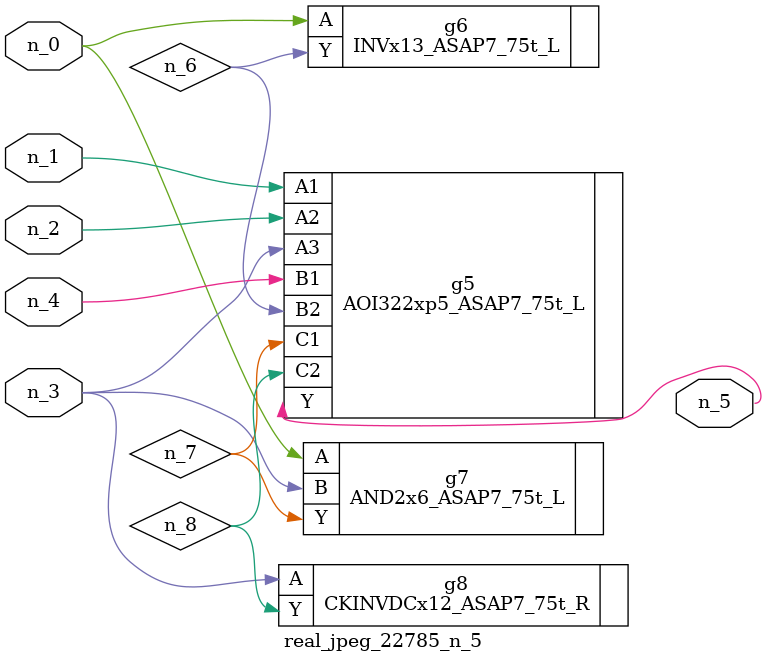
<source format=v>
module real_jpeg_22785_n_5 (n_4, n_0, n_1, n_2, n_3, n_5);

input n_4;
input n_0;
input n_1;
input n_2;
input n_3;

output n_5;

wire n_8;
wire n_6;
wire n_7;

INVx13_ASAP7_75t_L g6 ( 
.A(n_0),
.Y(n_6)
);

AND2x6_ASAP7_75t_L g7 ( 
.A(n_0),
.B(n_3),
.Y(n_7)
);

AOI322xp5_ASAP7_75t_L g5 ( 
.A1(n_1),
.A2(n_2),
.A3(n_3),
.B1(n_4),
.B2(n_6),
.C1(n_7),
.C2(n_8),
.Y(n_5)
);

CKINVDCx12_ASAP7_75t_R g8 ( 
.A(n_3),
.Y(n_8)
);


endmodule
</source>
